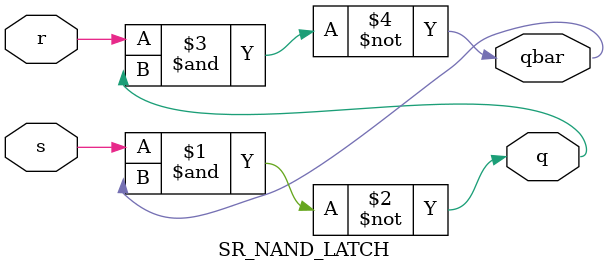
<source format=v>
`timescale 1ns / 1ps


module SR_NAND_LATCH(
  input s,r,
    output q,qbar
    );
    nand a1(q,s,qbar);
    nand a2(qbar,r,q);
endmodule

</source>
